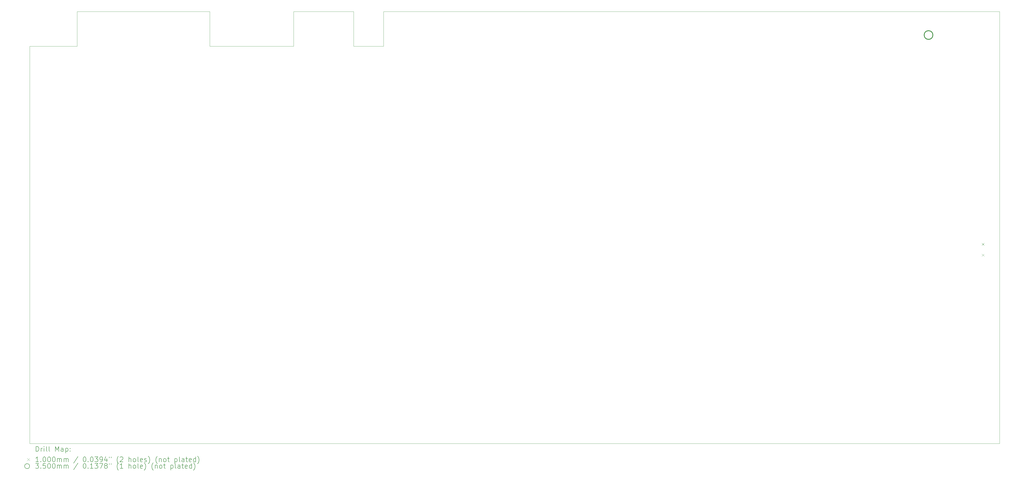
<source format=gbr>
%FSLAX45Y45*%
G04 Gerber Fmt 4.5, Leading zero omitted, Abs format (unit mm)*
G04 Created by KiCad (PCBNEW (6.0.6)) date 2022-08-30 12:21:12*
%MOMM*%
%LPD*%
G01*
G04 APERTURE LIST*
%TA.AperFunction,Profile*%
%ADD10C,0.100000*%
%TD*%
%ADD11C,0.200000*%
%ADD12C,0.100000*%
%ADD13C,0.350000*%
G04 APERTURE END LIST*
D10*
X1397000Y-4572000D02*
X1397000Y-20574000D01*
X14414500Y-4572000D02*
X14414500Y-3175000D01*
X12001500Y-4572000D02*
X12001500Y-3175000D01*
X8636000Y-4572000D02*
X12001500Y-4572000D01*
X15621000Y-4572000D02*
X14414500Y-4572000D01*
X8636000Y-3302000D02*
X8636000Y-4572000D01*
X40386000Y-3175000D02*
X15621000Y-3175000D01*
X3302000Y-4572000D02*
X3302000Y-3175000D01*
X40386000Y-3175000D02*
X40386000Y-20574000D01*
X8636000Y-3175000D02*
X8636000Y-3302000D01*
X15621000Y-3175000D02*
X15621000Y-4572000D01*
X14414500Y-3175000D02*
X12001500Y-3175000D01*
X1397000Y-20574000D02*
X40386000Y-20574000D01*
X1397000Y-4572000D02*
X3302000Y-4572000D01*
X3302000Y-3175000D02*
X8636000Y-3175000D01*
D11*
D12*
X39670000Y-12493000D02*
X39770000Y-12593000D01*
X39770000Y-12493000D02*
X39670000Y-12593000D01*
X39670000Y-12933000D02*
X39770000Y-13033000D01*
X39770000Y-12933000D02*
X39670000Y-13033000D01*
D13*
X37703500Y-4119000D02*
G75*
G03*
X37703500Y-4119000I-175000J0D01*
G01*
D11*
X1649619Y-20889476D02*
X1649619Y-20689476D01*
X1697238Y-20689476D01*
X1725809Y-20699000D01*
X1744857Y-20718048D01*
X1754381Y-20737095D01*
X1763905Y-20775190D01*
X1763905Y-20803762D01*
X1754381Y-20841857D01*
X1744857Y-20860905D01*
X1725809Y-20879952D01*
X1697238Y-20889476D01*
X1649619Y-20889476D01*
X1849619Y-20889476D02*
X1849619Y-20756143D01*
X1849619Y-20794238D02*
X1859143Y-20775190D01*
X1868667Y-20765667D01*
X1887714Y-20756143D01*
X1906762Y-20756143D01*
X1973428Y-20889476D02*
X1973428Y-20756143D01*
X1973428Y-20689476D02*
X1963905Y-20699000D01*
X1973428Y-20708524D01*
X1982952Y-20699000D01*
X1973428Y-20689476D01*
X1973428Y-20708524D01*
X2097238Y-20889476D02*
X2078190Y-20879952D01*
X2068667Y-20860905D01*
X2068667Y-20689476D01*
X2202000Y-20889476D02*
X2182952Y-20879952D01*
X2173429Y-20860905D01*
X2173429Y-20689476D01*
X2430571Y-20889476D02*
X2430571Y-20689476D01*
X2497238Y-20832333D01*
X2563905Y-20689476D01*
X2563905Y-20889476D01*
X2744857Y-20889476D02*
X2744857Y-20784714D01*
X2735333Y-20765667D01*
X2716286Y-20756143D01*
X2678190Y-20756143D01*
X2659143Y-20765667D01*
X2744857Y-20879952D02*
X2725810Y-20889476D01*
X2678190Y-20889476D01*
X2659143Y-20879952D01*
X2649619Y-20860905D01*
X2649619Y-20841857D01*
X2659143Y-20822810D01*
X2678190Y-20813286D01*
X2725810Y-20813286D01*
X2744857Y-20803762D01*
X2840095Y-20756143D02*
X2840095Y-20956143D01*
X2840095Y-20765667D02*
X2859143Y-20756143D01*
X2897238Y-20756143D01*
X2916286Y-20765667D01*
X2925809Y-20775190D01*
X2935333Y-20794238D01*
X2935333Y-20851381D01*
X2925809Y-20870429D01*
X2916286Y-20879952D01*
X2897238Y-20889476D01*
X2859143Y-20889476D01*
X2840095Y-20879952D01*
X3021048Y-20870429D02*
X3030571Y-20879952D01*
X3021048Y-20889476D01*
X3011524Y-20879952D01*
X3021048Y-20870429D01*
X3021048Y-20889476D01*
X3021048Y-20765667D02*
X3030571Y-20775190D01*
X3021048Y-20784714D01*
X3011524Y-20775190D01*
X3021048Y-20765667D01*
X3021048Y-20784714D01*
D12*
X1292000Y-21169000D02*
X1392000Y-21269000D01*
X1392000Y-21169000D02*
X1292000Y-21269000D01*
D11*
X1754381Y-21309476D02*
X1640095Y-21309476D01*
X1697238Y-21309476D02*
X1697238Y-21109476D01*
X1678190Y-21138048D01*
X1659143Y-21157095D01*
X1640095Y-21166619D01*
X1840095Y-21290429D02*
X1849619Y-21299952D01*
X1840095Y-21309476D01*
X1830571Y-21299952D01*
X1840095Y-21290429D01*
X1840095Y-21309476D01*
X1973428Y-21109476D02*
X1992476Y-21109476D01*
X2011524Y-21119000D01*
X2021048Y-21128524D01*
X2030571Y-21147571D01*
X2040095Y-21185667D01*
X2040095Y-21233286D01*
X2030571Y-21271381D01*
X2021048Y-21290429D01*
X2011524Y-21299952D01*
X1992476Y-21309476D01*
X1973428Y-21309476D01*
X1954381Y-21299952D01*
X1944857Y-21290429D01*
X1935333Y-21271381D01*
X1925809Y-21233286D01*
X1925809Y-21185667D01*
X1935333Y-21147571D01*
X1944857Y-21128524D01*
X1954381Y-21119000D01*
X1973428Y-21109476D01*
X2163905Y-21109476D02*
X2182952Y-21109476D01*
X2202000Y-21119000D01*
X2211524Y-21128524D01*
X2221048Y-21147571D01*
X2230571Y-21185667D01*
X2230571Y-21233286D01*
X2221048Y-21271381D01*
X2211524Y-21290429D01*
X2202000Y-21299952D01*
X2182952Y-21309476D01*
X2163905Y-21309476D01*
X2144857Y-21299952D01*
X2135333Y-21290429D01*
X2125810Y-21271381D01*
X2116286Y-21233286D01*
X2116286Y-21185667D01*
X2125810Y-21147571D01*
X2135333Y-21128524D01*
X2144857Y-21119000D01*
X2163905Y-21109476D01*
X2354381Y-21109476D02*
X2373429Y-21109476D01*
X2392476Y-21119000D01*
X2402000Y-21128524D01*
X2411524Y-21147571D01*
X2421048Y-21185667D01*
X2421048Y-21233286D01*
X2411524Y-21271381D01*
X2402000Y-21290429D01*
X2392476Y-21299952D01*
X2373429Y-21309476D01*
X2354381Y-21309476D01*
X2335333Y-21299952D01*
X2325810Y-21290429D01*
X2316286Y-21271381D01*
X2306762Y-21233286D01*
X2306762Y-21185667D01*
X2316286Y-21147571D01*
X2325810Y-21128524D01*
X2335333Y-21119000D01*
X2354381Y-21109476D01*
X2506762Y-21309476D02*
X2506762Y-21176143D01*
X2506762Y-21195190D02*
X2516286Y-21185667D01*
X2535333Y-21176143D01*
X2563905Y-21176143D01*
X2582952Y-21185667D01*
X2592476Y-21204714D01*
X2592476Y-21309476D01*
X2592476Y-21204714D02*
X2602000Y-21185667D01*
X2621048Y-21176143D01*
X2649619Y-21176143D01*
X2668667Y-21185667D01*
X2678190Y-21204714D01*
X2678190Y-21309476D01*
X2773429Y-21309476D02*
X2773429Y-21176143D01*
X2773429Y-21195190D02*
X2782952Y-21185667D01*
X2802000Y-21176143D01*
X2830571Y-21176143D01*
X2849619Y-21185667D01*
X2859143Y-21204714D01*
X2859143Y-21309476D01*
X2859143Y-21204714D02*
X2868667Y-21185667D01*
X2887714Y-21176143D01*
X2916286Y-21176143D01*
X2935333Y-21185667D01*
X2944857Y-21204714D01*
X2944857Y-21309476D01*
X3335333Y-21099952D02*
X3163905Y-21357095D01*
X3592476Y-21109476D02*
X3611524Y-21109476D01*
X3630571Y-21119000D01*
X3640095Y-21128524D01*
X3649619Y-21147571D01*
X3659143Y-21185667D01*
X3659143Y-21233286D01*
X3649619Y-21271381D01*
X3640095Y-21290429D01*
X3630571Y-21299952D01*
X3611524Y-21309476D01*
X3592476Y-21309476D01*
X3573428Y-21299952D01*
X3563905Y-21290429D01*
X3554381Y-21271381D01*
X3544857Y-21233286D01*
X3544857Y-21185667D01*
X3554381Y-21147571D01*
X3563905Y-21128524D01*
X3573428Y-21119000D01*
X3592476Y-21109476D01*
X3744857Y-21290429D02*
X3754381Y-21299952D01*
X3744857Y-21309476D01*
X3735333Y-21299952D01*
X3744857Y-21290429D01*
X3744857Y-21309476D01*
X3878190Y-21109476D02*
X3897238Y-21109476D01*
X3916286Y-21119000D01*
X3925809Y-21128524D01*
X3935333Y-21147571D01*
X3944857Y-21185667D01*
X3944857Y-21233286D01*
X3935333Y-21271381D01*
X3925809Y-21290429D01*
X3916286Y-21299952D01*
X3897238Y-21309476D01*
X3878190Y-21309476D01*
X3859143Y-21299952D01*
X3849619Y-21290429D01*
X3840095Y-21271381D01*
X3830571Y-21233286D01*
X3830571Y-21185667D01*
X3840095Y-21147571D01*
X3849619Y-21128524D01*
X3859143Y-21119000D01*
X3878190Y-21109476D01*
X4011524Y-21109476D02*
X4135333Y-21109476D01*
X4068667Y-21185667D01*
X4097238Y-21185667D01*
X4116286Y-21195190D01*
X4125809Y-21204714D01*
X4135333Y-21223762D01*
X4135333Y-21271381D01*
X4125809Y-21290429D01*
X4116286Y-21299952D01*
X4097238Y-21309476D01*
X4040095Y-21309476D01*
X4021048Y-21299952D01*
X4011524Y-21290429D01*
X4230571Y-21309476D02*
X4268667Y-21309476D01*
X4287714Y-21299952D01*
X4297238Y-21290429D01*
X4316286Y-21261857D01*
X4325810Y-21223762D01*
X4325810Y-21147571D01*
X4316286Y-21128524D01*
X4306762Y-21119000D01*
X4287714Y-21109476D01*
X4249619Y-21109476D01*
X4230571Y-21119000D01*
X4221048Y-21128524D01*
X4211524Y-21147571D01*
X4211524Y-21195190D01*
X4221048Y-21214238D01*
X4230571Y-21223762D01*
X4249619Y-21233286D01*
X4287714Y-21233286D01*
X4306762Y-21223762D01*
X4316286Y-21214238D01*
X4325810Y-21195190D01*
X4497238Y-21176143D02*
X4497238Y-21309476D01*
X4449619Y-21099952D02*
X4402000Y-21242810D01*
X4525810Y-21242810D01*
X4592476Y-21109476D02*
X4592476Y-21147571D01*
X4668667Y-21109476D02*
X4668667Y-21147571D01*
X4963905Y-21385667D02*
X4954381Y-21376143D01*
X4935333Y-21347571D01*
X4925810Y-21328524D01*
X4916286Y-21299952D01*
X4906762Y-21252333D01*
X4906762Y-21214238D01*
X4916286Y-21166619D01*
X4925810Y-21138048D01*
X4935333Y-21119000D01*
X4954381Y-21090429D01*
X4963905Y-21080905D01*
X5030571Y-21128524D02*
X5040095Y-21119000D01*
X5059143Y-21109476D01*
X5106762Y-21109476D01*
X5125810Y-21119000D01*
X5135333Y-21128524D01*
X5144857Y-21147571D01*
X5144857Y-21166619D01*
X5135333Y-21195190D01*
X5021048Y-21309476D01*
X5144857Y-21309476D01*
X5382952Y-21309476D02*
X5382952Y-21109476D01*
X5468667Y-21309476D02*
X5468667Y-21204714D01*
X5459143Y-21185667D01*
X5440095Y-21176143D01*
X5411524Y-21176143D01*
X5392476Y-21185667D01*
X5382952Y-21195190D01*
X5592476Y-21309476D02*
X5573429Y-21299952D01*
X5563905Y-21290429D01*
X5554381Y-21271381D01*
X5554381Y-21214238D01*
X5563905Y-21195190D01*
X5573429Y-21185667D01*
X5592476Y-21176143D01*
X5621048Y-21176143D01*
X5640095Y-21185667D01*
X5649619Y-21195190D01*
X5659143Y-21214238D01*
X5659143Y-21271381D01*
X5649619Y-21290429D01*
X5640095Y-21299952D01*
X5621048Y-21309476D01*
X5592476Y-21309476D01*
X5773428Y-21309476D02*
X5754381Y-21299952D01*
X5744857Y-21280905D01*
X5744857Y-21109476D01*
X5925809Y-21299952D02*
X5906762Y-21309476D01*
X5868667Y-21309476D01*
X5849619Y-21299952D01*
X5840095Y-21280905D01*
X5840095Y-21204714D01*
X5849619Y-21185667D01*
X5868667Y-21176143D01*
X5906762Y-21176143D01*
X5925809Y-21185667D01*
X5935333Y-21204714D01*
X5935333Y-21223762D01*
X5840095Y-21242810D01*
X6011524Y-21299952D02*
X6030571Y-21309476D01*
X6068667Y-21309476D01*
X6087714Y-21299952D01*
X6097238Y-21280905D01*
X6097238Y-21271381D01*
X6087714Y-21252333D01*
X6068667Y-21242810D01*
X6040095Y-21242810D01*
X6021048Y-21233286D01*
X6011524Y-21214238D01*
X6011524Y-21204714D01*
X6021048Y-21185667D01*
X6040095Y-21176143D01*
X6068667Y-21176143D01*
X6087714Y-21185667D01*
X6163905Y-21385667D02*
X6173428Y-21376143D01*
X6192476Y-21347571D01*
X6202000Y-21328524D01*
X6211524Y-21299952D01*
X6221048Y-21252333D01*
X6221048Y-21214238D01*
X6211524Y-21166619D01*
X6202000Y-21138048D01*
X6192476Y-21119000D01*
X6173428Y-21090429D01*
X6163905Y-21080905D01*
X6525809Y-21385667D02*
X6516286Y-21376143D01*
X6497238Y-21347571D01*
X6487714Y-21328524D01*
X6478190Y-21299952D01*
X6468667Y-21252333D01*
X6468667Y-21214238D01*
X6478190Y-21166619D01*
X6487714Y-21138048D01*
X6497238Y-21119000D01*
X6516286Y-21090429D01*
X6525809Y-21080905D01*
X6602000Y-21176143D02*
X6602000Y-21309476D01*
X6602000Y-21195190D02*
X6611524Y-21185667D01*
X6630571Y-21176143D01*
X6659143Y-21176143D01*
X6678190Y-21185667D01*
X6687714Y-21204714D01*
X6687714Y-21309476D01*
X6811524Y-21309476D02*
X6792476Y-21299952D01*
X6782952Y-21290429D01*
X6773428Y-21271381D01*
X6773428Y-21214238D01*
X6782952Y-21195190D01*
X6792476Y-21185667D01*
X6811524Y-21176143D01*
X6840095Y-21176143D01*
X6859143Y-21185667D01*
X6868667Y-21195190D01*
X6878190Y-21214238D01*
X6878190Y-21271381D01*
X6868667Y-21290429D01*
X6859143Y-21299952D01*
X6840095Y-21309476D01*
X6811524Y-21309476D01*
X6935333Y-21176143D02*
X7011524Y-21176143D01*
X6963905Y-21109476D02*
X6963905Y-21280905D01*
X6973428Y-21299952D01*
X6992476Y-21309476D01*
X7011524Y-21309476D01*
X7230571Y-21176143D02*
X7230571Y-21376143D01*
X7230571Y-21185667D02*
X7249619Y-21176143D01*
X7287714Y-21176143D01*
X7306762Y-21185667D01*
X7316286Y-21195190D01*
X7325809Y-21214238D01*
X7325809Y-21271381D01*
X7316286Y-21290429D01*
X7306762Y-21299952D01*
X7287714Y-21309476D01*
X7249619Y-21309476D01*
X7230571Y-21299952D01*
X7440095Y-21309476D02*
X7421048Y-21299952D01*
X7411524Y-21280905D01*
X7411524Y-21109476D01*
X7602000Y-21309476D02*
X7602000Y-21204714D01*
X7592476Y-21185667D01*
X7573428Y-21176143D01*
X7535333Y-21176143D01*
X7516286Y-21185667D01*
X7602000Y-21299952D02*
X7582952Y-21309476D01*
X7535333Y-21309476D01*
X7516286Y-21299952D01*
X7506762Y-21280905D01*
X7506762Y-21261857D01*
X7516286Y-21242810D01*
X7535333Y-21233286D01*
X7582952Y-21233286D01*
X7602000Y-21223762D01*
X7668667Y-21176143D02*
X7744857Y-21176143D01*
X7697238Y-21109476D02*
X7697238Y-21280905D01*
X7706762Y-21299952D01*
X7725809Y-21309476D01*
X7744857Y-21309476D01*
X7887714Y-21299952D02*
X7868667Y-21309476D01*
X7830571Y-21309476D01*
X7811524Y-21299952D01*
X7802000Y-21280905D01*
X7802000Y-21204714D01*
X7811524Y-21185667D01*
X7830571Y-21176143D01*
X7868667Y-21176143D01*
X7887714Y-21185667D01*
X7897238Y-21204714D01*
X7897238Y-21223762D01*
X7802000Y-21242810D01*
X8068667Y-21309476D02*
X8068667Y-21109476D01*
X8068667Y-21299952D02*
X8049619Y-21309476D01*
X8011524Y-21309476D01*
X7992476Y-21299952D01*
X7982952Y-21290429D01*
X7973428Y-21271381D01*
X7973428Y-21214238D01*
X7982952Y-21195190D01*
X7992476Y-21185667D01*
X8011524Y-21176143D01*
X8049619Y-21176143D01*
X8068667Y-21185667D01*
X8144857Y-21385667D02*
X8154381Y-21376143D01*
X8173428Y-21347571D01*
X8182952Y-21328524D01*
X8192476Y-21299952D01*
X8202000Y-21252333D01*
X8202000Y-21214238D01*
X8192476Y-21166619D01*
X8182952Y-21138048D01*
X8173428Y-21119000D01*
X8154381Y-21090429D01*
X8144857Y-21080905D01*
X1392000Y-21483000D02*
G75*
G03*
X1392000Y-21483000I-100000J0D01*
G01*
X1630571Y-21373476D02*
X1754381Y-21373476D01*
X1687714Y-21449667D01*
X1716286Y-21449667D01*
X1735333Y-21459190D01*
X1744857Y-21468714D01*
X1754381Y-21487762D01*
X1754381Y-21535381D01*
X1744857Y-21554429D01*
X1735333Y-21563952D01*
X1716286Y-21573476D01*
X1659143Y-21573476D01*
X1640095Y-21563952D01*
X1630571Y-21554429D01*
X1840095Y-21554429D02*
X1849619Y-21563952D01*
X1840095Y-21573476D01*
X1830571Y-21563952D01*
X1840095Y-21554429D01*
X1840095Y-21573476D01*
X2030571Y-21373476D02*
X1935333Y-21373476D01*
X1925809Y-21468714D01*
X1935333Y-21459190D01*
X1954381Y-21449667D01*
X2002000Y-21449667D01*
X2021048Y-21459190D01*
X2030571Y-21468714D01*
X2040095Y-21487762D01*
X2040095Y-21535381D01*
X2030571Y-21554429D01*
X2021048Y-21563952D01*
X2002000Y-21573476D01*
X1954381Y-21573476D01*
X1935333Y-21563952D01*
X1925809Y-21554429D01*
X2163905Y-21373476D02*
X2182952Y-21373476D01*
X2202000Y-21383000D01*
X2211524Y-21392524D01*
X2221048Y-21411571D01*
X2230571Y-21449667D01*
X2230571Y-21497286D01*
X2221048Y-21535381D01*
X2211524Y-21554429D01*
X2202000Y-21563952D01*
X2182952Y-21573476D01*
X2163905Y-21573476D01*
X2144857Y-21563952D01*
X2135333Y-21554429D01*
X2125810Y-21535381D01*
X2116286Y-21497286D01*
X2116286Y-21449667D01*
X2125810Y-21411571D01*
X2135333Y-21392524D01*
X2144857Y-21383000D01*
X2163905Y-21373476D01*
X2354381Y-21373476D02*
X2373429Y-21373476D01*
X2392476Y-21383000D01*
X2402000Y-21392524D01*
X2411524Y-21411571D01*
X2421048Y-21449667D01*
X2421048Y-21497286D01*
X2411524Y-21535381D01*
X2402000Y-21554429D01*
X2392476Y-21563952D01*
X2373429Y-21573476D01*
X2354381Y-21573476D01*
X2335333Y-21563952D01*
X2325810Y-21554429D01*
X2316286Y-21535381D01*
X2306762Y-21497286D01*
X2306762Y-21449667D01*
X2316286Y-21411571D01*
X2325810Y-21392524D01*
X2335333Y-21383000D01*
X2354381Y-21373476D01*
X2506762Y-21573476D02*
X2506762Y-21440143D01*
X2506762Y-21459190D02*
X2516286Y-21449667D01*
X2535333Y-21440143D01*
X2563905Y-21440143D01*
X2582952Y-21449667D01*
X2592476Y-21468714D01*
X2592476Y-21573476D01*
X2592476Y-21468714D02*
X2602000Y-21449667D01*
X2621048Y-21440143D01*
X2649619Y-21440143D01*
X2668667Y-21449667D01*
X2678190Y-21468714D01*
X2678190Y-21573476D01*
X2773429Y-21573476D02*
X2773429Y-21440143D01*
X2773429Y-21459190D02*
X2782952Y-21449667D01*
X2802000Y-21440143D01*
X2830571Y-21440143D01*
X2849619Y-21449667D01*
X2859143Y-21468714D01*
X2859143Y-21573476D01*
X2859143Y-21468714D02*
X2868667Y-21449667D01*
X2887714Y-21440143D01*
X2916286Y-21440143D01*
X2935333Y-21449667D01*
X2944857Y-21468714D01*
X2944857Y-21573476D01*
X3335333Y-21363952D02*
X3163905Y-21621095D01*
X3592476Y-21373476D02*
X3611524Y-21373476D01*
X3630571Y-21383000D01*
X3640095Y-21392524D01*
X3649619Y-21411571D01*
X3659143Y-21449667D01*
X3659143Y-21497286D01*
X3649619Y-21535381D01*
X3640095Y-21554429D01*
X3630571Y-21563952D01*
X3611524Y-21573476D01*
X3592476Y-21573476D01*
X3573428Y-21563952D01*
X3563905Y-21554429D01*
X3554381Y-21535381D01*
X3544857Y-21497286D01*
X3544857Y-21449667D01*
X3554381Y-21411571D01*
X3563905Y-21392524D01*
X3573428Y-21383000D01*
X3592476Y-21373476D01*
X3744857Y-21554429D02*
X3754381Y-21563952D01*
X3744857Y-21573476D01*
X3735333Y-21563952D01*
X3744857Y-21554429D01*
X3744857Y-21573476D01*
X3944857Y-21573476D02*
X3830571Y-21573476D01*
X3887714Y-21573476D02*
X3887714Y-21373476D01*
X3868667Y-21402048D01*
X3849619Y-21421095D01*
X3830571Y-21430619D01*
X4011524Y-21373476D02*
X4135333Y-21373476D01*
X4068667Y-21449667D01*
X4097238Y-21449667D01*
X4116286Y-21459190D01*
X4125809Y-21468714D01*
X4135333Y-21487762D01*
X4135333Y-21535381D01*
X4125809Y-21554429D01*
X4116286Y-21563952D01*
X4097238Y-21573476D01*
X4040095Y-21573476D01*
X4021048Y-21563952D01*
X4011524Y-21554429D01*
X4202000Y-21373476D02*
X4335333Y-21373476D01*
X4249619Y-21573476D01*
X4440095Y-21459190D02*
X4421048Y-21449667D01*
X4411524Y-21440143D01*
X4402000Y-21421095D01*
X4402000Y-21411571D01*
X4411524Y-21392524D01*
X4421048Y-21383000D01*
X4440095Y-21373476D01*
X4478190Y-21373476D01*
X4497238Y-21383000D01*
X4506762Y-21392524D01*
X4516286Y-21411571D01*
X4516286Y-21421095D01*
X4506762Y-21440143D01*
X4497238Y-21449667D01*
X4478190Y-21459190D01*
X4440095Y-21459190D01*
X4421048Y-21468714D01*
X4411524Y-21478238D01*
X4402000Y-21497286D01*
X4402000Y-21535381D01*
X4411524Y-21554429D01*
X4421048Y-21563952D01*
X4440095Y-21573476D01*
X4478190Y-21573476D01*
X4497238Y-21563952D01*
X4506762Y-21554429D01*
X4516286Y-21535381D01*
X4516286Y-21497286D01*
X4506762Y-21478238D01*
X4497238Y-21468714D01*
X4478190Y-21459190D01*
X4592476Y-21373476D02*
X4592476Y-21411571D01*
X4668667Y-21373476D02*
X4668667Y-21411571D01*
X4963905Y-21649667D02*
X4954381Y-21640143D01*
X4935333Y-21611571D01*
X4925810Y-21592524D01*
X4916286Y-21563952D01*
X4906762Y-21516333D01*
X4906762Y-21478238D01*
X4916286Y-21430619D01*
X4925810Y-21402048D01*
X4935333Y-21383000D01*
X4954381Y-21354429D01*
X4963905Y-21344905D01*
X5144857Y-21573476D02*
X5030571Y-21573476D01*
X5087714Y-21573476D02*
X5087714Y-21373476D01*
X5068667Y-21402048D01*
X5049619Y-21421095D01*
X5030571Y-21430619D01*
X5382952Y-21573476D02*
X5382952Y-21373476D01*
X5468667Y-21573476D02*
X5468667Y-21468714D01*
X5459143Y-21449667D01*
X5440095Y-21440143D01*
X5411524Y-21440143D01*
X5392476Y-21449667D01*
X5382952Y-21459190D01*
X5592476Y-21573476D02*
X5573429Y-21563952D01*
X5563905Y-21554429D01*
X5554381Y-21535381D01*
X5554381Y-21478238D01*
X5563905Y-21459190D01*
X5573429Y-21449667D01*
X5592476Y-21440143D01*
X5621048Y-21440143D01*
X5640095Y-21449667D01*
X5649619Y-21459190D01*
X5659143Y-21478238D01*
X5659143Y-21535381D01*
X5649619Y-21554429D01*
X5640095Y-21563952D01*
X5621048Y-21573476D01*
X5592476Y-21573476D01*
X5773428Y-21573476D02*
X5754381Y-21563952D01*
X5744857Y-21544905D01*
X5744857Y-21373476D01*
X5925809Y-21563952D02*
X5906762Y-21573476D01*
X5868667Y-21573476D01*
X5849619Y-21563952D01*
X5840095Y-21544905D01*
X5840095Y-21468714D01*
X5849619Y-21449667D01*
X5868667Y-21440143D01*
X5906762Y-21440143D01*
X5925809Y-21449667D01*
X5935333Y-21468714D01*
X5935333Y-21487762D01*
X5840095Y-21506810D01*
X6002000Y-21649667D02*
X6011524Y-21640143D01*
X6030571Y-21611571D01*
X6040095Y-21592524D01*
X6049619Y-21563952D01*
X6059143Y-21516333D01*
X6059143Y-21478238D01*
X6049619Y-21430619D01*
X6040095Y-21402048D01*
X6030571Y-21383000D01*
X6011524Y-21354429D01*
X6002000Y-21344905D01*
X6363905Y-21649667D02*
X6354381Y-21640143D01*
X6335333Y-21611571D01*
X6325809Y-21592524D01*
X6316286Y-21563952D01*
X6306762Y-21516333D01*
X6306762Y-21478238D01*
X6316286Y-21430619D01*
X6325809Y-21402048D01*
X6335333Y-21383000D01*
X6354381Y-21354429D01*
X6363905Y-21344905D01*
X6440095Y-21440143D02*
X6440095Y-21573476D01*
X6440095Y-21459190D02*
X6449619Y-21449667D01*
X6468667Y-21440143D01*
X6497238Y-21440143D01*
X6516286Y-21449667D01*
X6525809Y-21468714D01*
X6525809Y-21573476D01*
X6649619Y-21573476D02*
X6630571Y-21563952D01*
X6621048Y-21554429D01*
X6611524Y-21535381D01*
X6611524Y-21478238D01*
X6621048Y-21459190D01*
X6630571Y-21449667D01*
X6649619Y-21440143D01*
X6678190Y-21440143D01*
X6697238Y-21449667D01*
X6706762Y-21459190D01*
X6716286Y-21478238D01*
X6716286Y-21535381D01*
X6706762Y-21554429D01*
X6697238Y-21563952D01*
X6678190Y-21573476D01*
X6649619Y-21573476D01*
X6773428Y-21440143D02*
X6849619Y-21440143D01*
X6802000Y-21373476D02*
X6802000Y-21544905D01*
X6811524Y-21563952D01*
X6830571Y-21573476D01*
X6849619Y-21573476D01*
X7068667Y-21440143D02*
X7068667Y-21640143D01*
X7068667Y-21449667D02*
X7087714Y-21440143D01*
X7125809Y-21440143D01*
X7144857Y-21449667D01*
X7154381Y-21459190D01*
X7163905Y-21478238D01*
X7163905Y-21535381D01*
X7154381Y-21554429D01*
X7144857Y-21563952D01*
X7125809Y-21573476D01*
X7087714Y-21573476D01*
X7068667Y-21563952D01*
X7278190Y-21573476D02*
X7259143Y-21563952D01*
X7249619Y-21544905D01*
X7249619Y-21373476D01*
X7440095Y-21573476D02*
X7440095Y-21468714D01*
X7430571Y-21449667D01*
X7411524Y-21440143D01*
X7373428Y-21440143D01*
X7354381Y-21449667D01*
X7440095Y-21563952D02*
X7421048Y-21573476D01*
X7373428Y-21573476D01*
X7354381Y-21563952D01*
X7344857Y-21544905D01*
X7344857Y-21525857D01*
X7354381Y-21506810D01*
X7373428Y-21497286D01*
X7421048Y-21497286D01*
X7440095Y-21487762D01*
X7506762Y-21440143D02*
X7582952Y-21440143D01*
X7535333Y-21373476D02*
X7535333Y-21544905D01*
X7544857Y-21563952D01*
X7563905Y-21573476D01*
X7582952Y-21573476D01*
X7725809Y-21563952D02*
X7706762Y-21573476D01*
X7668667Y-21573476D01*
X7649619Y-21563952D01*
X7640095Y-21544905D01*
X7640095Y-21468714D01*
X7649619Y-21449667D01*
X7668667Y-21440143D01*
X7706762Y-21440143D01*
X7725809Y-21449667D01*
X7735333Y-21468714D01*
X7735333Y-21487762D01*
X7640095Y-21506810D01*
X7906762Y-21573476D02*
X7906762Y-21373476D01*
X7906762Y-21563952D02*
X7887714Y-21573476D01*
X7849619Y-21573476D01*
X7830571Y-21563952D01*
X7821048Y-21554429D01*
X7811524Y-21535381D01*
X7811524Y-21478238D01*
X7821048Y-21459190D01*
X7830571Y-21449667D01*
X7849619Y-21440143D01*
X7887714Y-21440143D01*
X7906762Y-21449667D01*
X7982952Y-21649667D02*
X7992476Y-21640143D01*
X8011524Y-21611571D01*
X8021048Y-21592524D01*
X8030571Y-21563952D01*
X8040095Y-21516333D01*
X8040095Y-21478238D01*
X8030571Y-21430619D01*
X8021048Y-21402048D01*
X8011524Y-21383000D01*
X7992476Y-21354429D01*
X7982952Y-21344905D01*
M02*

</source>
